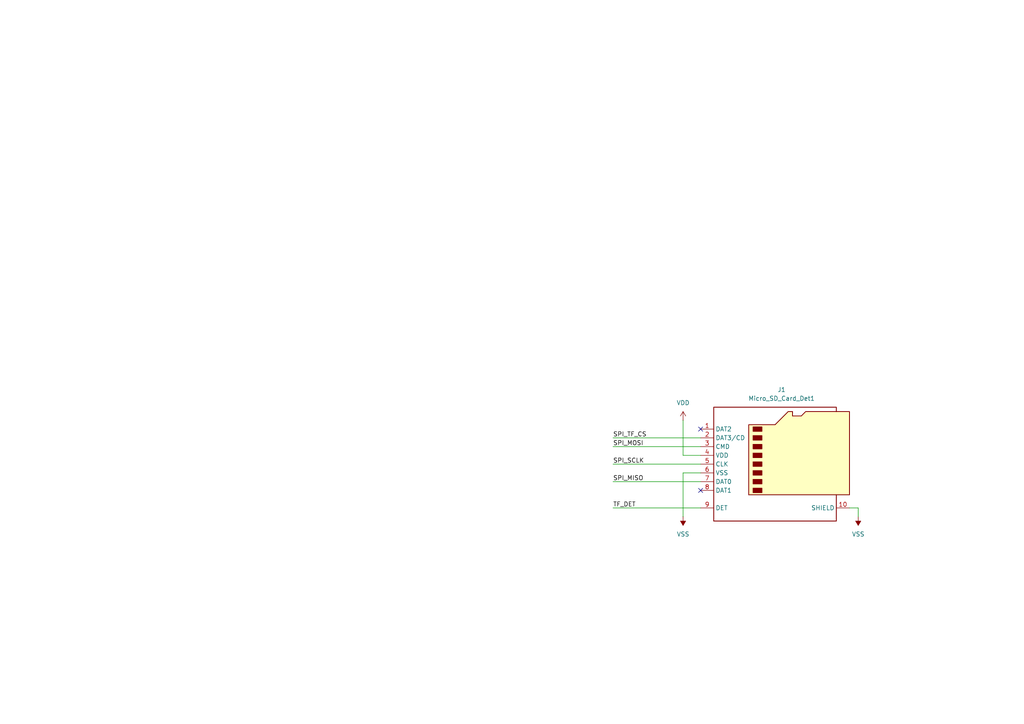
<source format=kicad_sch>
(kicad_sch (version 20250114) (generator "eeschema") (generator_version "9.0")
  (paper "A4")
  (lib_symbols
    (symbol "Connector:Micro_SD_Card_Det1"
      (property "Reference" "J" (at -16.51 17.78 0))
      (property "Value" "Micro_SD_Card_Det1" (at 16.51 17.78 0))
      (symbol "Micro_SD_Card_Det1_0_1"
        (polyline (pts (xy -8.89 -8.89) (xy -8.89 11.43) (xy -1.27 11.43) (xy 2.54 15.24) (xy 3.81 15.24) (xy 3.81 13.97) (xy 6.35 13.97) (xy 7.62 15.24) (xy 20.32 15.24) (xy 20.32 -8.89) (xy -8.89 -8.89)) (stroke (width 0.254)) (fill (type background)))
        (rectangle (start -7.62 10.795) (end -5.08 9.525) (stroke (width 0.254)) (fill (type outline)))
        (rectangle (start -7.62 8.255) (end -5.08 6.985) (stroke (width 0.254)) (fill (type outline)))
        (rectangle (start -7.62 5.715) (end -5.08 4.445) (stroke (width 0.254)) (fill (type outline)))
        (rectangle (start -7.62 3.175) (end -5.08 1.905) (stroke (width 0.254)) (fill (type outline)))
        (rectangle (start -7.62 0.635) (end -5.08 -0.635) (stroke (width 0.254)) (fill (type outline)))
        (rectangle (start -7.62 -1.905) (end -5.08 -3.175) (stroke (width 0.254)) (fill (type outline)))
        (rectangle (start -7.62 -4.445) (end -5.08 -5.715) (stroke (width 0.254)) (fill (type outline)))
        (rectangle (start -7.62 -6.985) (end -5.08 -8.255) (stroke (width 0.254)) (fill (type outline)))
        (polyline (pts (xy 16.51 15.24) (xy 16.51 16.51) (xy -19.05 16.51) (xy -19.05 -16.51) (xy 16.51 -16.51) (xy 16.51 -8.89)) (stroke (width 0.254)))
      )
      (symbol "Micro_SD_Card_Det1_1_1"
        (pin bidirectional line (at -22.86 10.16 0) (length 3.81) (name "DAT2") (number "1"))
        (pin bidirectional line (at -22.86 7.62 0) (length 3.81) (name "DAT3/CD") (number "2"))
        (pin input line (at -22.86 5.08 0) (length 3.81) (name "CMD") (number "3"))
        (pin power_in line (at -22.86 2.54 0) (length 3.81) (name "VDD") (number "4"))
        (pin input line (at -22.86 0 0) (length 3.81) (name "CLK") (number "5"))
        (pin power_in line (at -22.86 -2.54 0) (length 3.81) (name "VSS") (number "6"))
        (pin bidirectional line (at -22.86 -5.08 0) (length 3.81) (name "DAT0") (number "7"))
        (pin bidirectional line (at -22.86 -7.62 0) (length 3.81) (name "DAT1") (number "8"))
        (pin passive line (at -22.86 -12.7 0) (length 3.81) (name "DET") (number "9"))
        (pin passive line (at 20.32 -12.7 180) (length 3.81) (name "SHIELD") (number "10"))
      )
    )
    (symbol "power:VDD" (power) (pin_numbers (hide yes)) (pin_names (offset 0) (hide yes))
      (property "Value" "VDD" (at 0 3.556 0))
      (symbol "VDD_0_1"
        (polyline (pts (xy -0.762 1.27) (xy 0 2.54)))
        (polyline (pts (xy 0 2.54) (xy 0.762 1.27)))
        (polyline (pts (xy 0 0) (xy 0 2.54)))
      )
      (symbol "VDD_1_1"
        (pin power_in line (at 0 0 90) (length 0) (name "~") (number "1"))
      )
    )
    (symbol "power:VSS" (power) (pin_numbers (hide yes)) (pin_names (offset 0) (hide yes))
      (property "Value" "VSS" (at 0 3.556 0))
      (symbol "VSS_0_1"
        (polyline (pts (xy 0 0) (xy 0 2.54)))
        (polyline (pts (xy 0.762 1.27) (xy -0.762 1.27) (xy 0 2.54) (xy 0.762 1.27)) (fill (type outline)))
      )
      (symbol "VSS_1_1"
        (pin power_in line (at 0 0 90) (length 0) (name "~") (number "1"))
      )
    )
  )
  (no_connect (at 203.2 142.24))
  (no_connect (at 203.2 124.46))
  (wire (pts (xy 246.38 147.32) (xy 248.92 147.32)))
  (wire (pts (xy 177.8 139.7) (xy 203.2 139.7)))
  (wire (pts (xy 177.8 134.62) (xy 203.2 134.62)))
  (wire (pts (xy 177.8 127) (xy 203.2 127)))
  (wire (pts (xy 198.12 137.16) (xy 203.2 137.16)))
  (wire (pts (xy 177.8 147.32) (xy 203.2 147.32)))
  (wire (pts (xy 198.12 132.08) (xy 203.2 132.08)))
  (wire (pts (xy 198.12 121.92) (xy 198.12 132.08)))
  (wire (pts (xy 198.12 137.16) (xy 198.12 149.86)))
  (wire (pts (xy 177.8 129.54) (xy 203.2 129.54)))
  (wire (pts (xy 248.92 147.32) (xy 248.92 149.86)))
  (label "SPI_MISO" (at 177.8 139.7 0))
  (label "SPI_MOSI" (at 177.8 129.54 0))
  (label "TF_DET" (at 177.8 147.32 0))
  (label "SPI_SCLK" (at 177.8 134.62 0))
  (label "SPI_TF_CS" (at 177.8 127 0))
  (symbol (lib_id "power:VSS") (at 248.92 149.86 180) (unit 1)
    (property "Reference" "#PWR03" (effects (hide yes)))
    (property "Value" "VSS" (at 248.92 154.94 0))
    (property "Description" "Power symbol creates a global label with name \"VSS\"" (effects (hide yes)))
  )
  (symbol (lib_id "power:VDD") (at 198.12 121.92 0) (unit 1)
    (property "Reference" "#PWR01" (effects (hide yes)))
    (property "Value" "VDD" (at 198.12 116.84 0))
    (property "Description" "Power symbol creates a global label with name \"VDD\"" (effects (hide yes)))
  )
  (symbol (lib_id "power:VSS") (at 198.12 149.86 180) (unit 1)
    (property "Reference" "#PWR02" (effects (hide yes)))
    (property "Value" "VSS" (at 198.12 154.94 0))
    (property "Description" "Power symbol creates a global label with name \"VSS\"" (effects (hide yes)))
  )
  (symbol (lib_id "Connector:Micro_SD_Card_Det1") (at 226.06 134.62 0) (unit 1)
    (property "Reference" "J1" (at 226.695 113.03 0))
    (property "Value" "Micro_SD_Card_Det1" (at 226.695 115.57 0))
    (property "Footprint" "Append_Slot:TFCard_Slot_Push-9P" (effects (hide yes)))
    (property "Datasheet" "https://datasheet.lcsc.com/lcsc/2110151630_XKB-Connectivity-XKTF-015-N_C381082.pdf" (effects (hide yes)))
    (property "Description" "Micro SD Card Socket with one card detection pin" (effects (hide yes)))
  )
)
</source>
